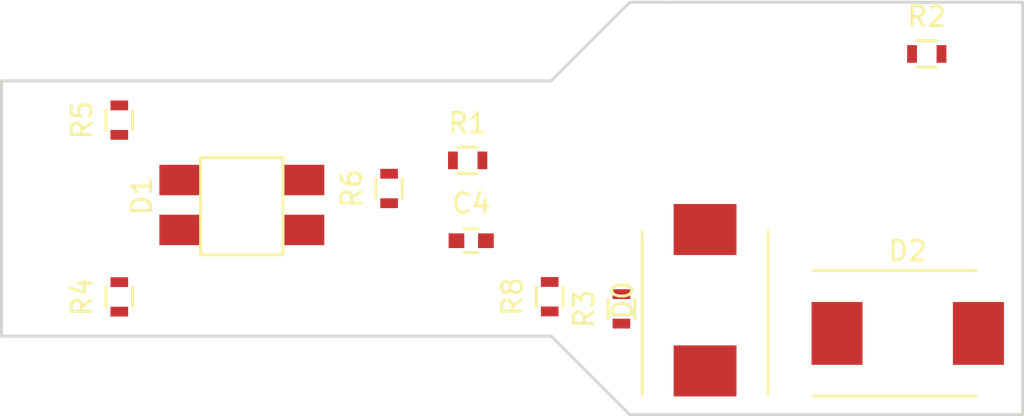
<source format=kicad_pcb>
(kicad_pcb (version 4) (host pcbnew 4.0.1-stable)

  (general
    (links 0)
    (no_connects 0)
    (area 55.924999 73.924999 108.075001 95.075001)
    (thickness 1.6)
    (drawings 10)
    (tracks 0)
    (zones 0)
    (modules 11)
    (nets 23)
  )

  (page A4)
  (layers
    (0 F.Cu signal)
    (31 B.Cu signal)
    (32 B.Adhes user)
    (33 F.Adhes user)
    (34 B.Paste user)
    (35 F.Paste user)
    (36 B.SilkS user)
    (37 F.SilkS user)
    (38 B.Mask user)
    (39 F.Mask user)
    (40 Dwgs.User user)
    (41 Cmts.User user)
    (42 Eco1.User user)
    (43 Eco2.User user)
    (44 Edge.Cuts user)
    (45 Margin user)
    (46 B.CrtYd user)
    (47 F.CrtYd user)
    (48 B.Fab user)
    (49 F.Fab user)
  )

  (setup
    (last_trace_width 0.25)
    (trace_clearance 0.2)
    (zone_clearance 0.508)
    (zone_45_only no)
    (trace_min 0.2)
    (segment_width 0.2)
    (edge_width 0.15)
    (via_size 0.6)
    (via_drill 0.4)
    (via_min_size 0.4)
    (via_min_drill 0.3)
    (uvia_size 0.3)
    (uvia_drill 0.1)
    (uvias_allowed no)
    (uvia_min_size 0.2)
    (uvia_min_drill 0.1)
    (pcb_text_width 0.3)
    (pcb_text_size 1.5 1.5)
    (mod_edge_width 0.15)
    (mod_text_size 1 1)
    (mod_text_width 0.15)
    (pad_size 1.524 1.524)
    (pad_drill 0.762)
    (pad_to_mask_clearance 0.2)
    (aux_axis_origin 0 0)
    (visible_elements FFFFFF7F)
    (pcbplotparams
      (layerselection 0x00030_80000001)
      (usegerberextensions false)
      (excludeedgelayer true)
      (linewidth 0.100000)
      (plotframeref false)
      (viasonmask false)
      (mode 1)
      (useauxorigin false)
      (hpglpennumber 1)
      (hpglpenspeed 20)
      (hpglpendiameter 15)
      (hpglpenoverlay 2)
      (psnegative false)
      (psa4output false)
      (plotreference true)
      (plotvalue true)
      (plotinvisibletext false)
      (padsonsilk false)
      (subtractmaskfromsilk false)
      (outputformat 1)
      (mirror false)
      (drillshape 1)
      (scaleselection 1)
      (outputdirectory ""))
  )

  (net 0 "")
  (net 1 "Net-(R4-Pad1)")
  (net 2 "Net-(R4-Pad2)")
  (net 3 "Net-(R5-Pad1)")
  (net 4 "Net-(R5-Pad2)")
  (net 5 "Net-(D0-Pad2)")
  (net 6 "Net-(D0-Pad1)")
  (net 7 "Net-(D1-Pad1)")
  (net 8 "Net-(D1-Pad2)")
  (net 9 "Net-(D2-Pad2)")
  (net 10 "Net-(D2-Pad1)")
  (net 11 "Net-(C4-Pad1)")
  (net 12 "Net-(C4-Pad2)")
  (net 13 "Net-(R1-Pad1)")
  (net 14 "Net-(R1-Pad2)")
  (net 15 "Net-(R2-Pad1)")
  (net 16 "Net-(R2-Pad2)")
  (net 17 "Net-(R3-Pad1)")
  (net 18 "Net-(R3-Pad2)")
  (net 19 "Net-(R6-Pad1)")
  (net 20 "Net-(R6-Pad2)")
  (net 21 "Net-(R8-Pad1)")
  (net 22 "Net-(R8-Pad2)")

  (net_class Default "This is the default net class."
    (clearance 0.2)
    (trace_width 0.25)
    (via_dia 0.6)
    (via_drill 0.4)
    (uvia_dia 0.3)
    (uvia_drill 0.1)
    (add_net "Net-(C4-Pad1)")
    (add_net "Net-(C4-Pad2)")
    (add_net "Net-(D0-Pad1)")
    (add_net "Net-(D0-Pad2)")
    (add_net "Net-(D1-Pad1)")
    (add_net "Net-(D1-Pad2)")
    (add_net "Net-(D2-Pad1)")
    (add_net "Net-(D2-Pad2)")
    (add_net "Net-(R1-Pad1)")
    (add_net "Net-(R1-Pad2)")
    (add_net "Net-(R2-Pad1)")
    (add_net "Net-(R2-Pad2)")
    (add_net "Net-(R3-Pad1)")
    (add_net "Net-(R3-Pad2)")
    (add_net "Net-(R4-Pad1)")
    (add_net "Net-(R4-Pad2)")
    (add_net "Net-(R5-Pad1)")
    (add_net "Net-(R5-Pad2)")
    (add_net "Net-(R6-Pad1)")
    (add_net "Net-(R6-Pad2)")
    (add_net "Net-(R8-Pad1)")
    (add_net "Net-(R8-Pad2)")
  )

  (module Resistors_SMD:R_0603 (layer F.Cu) (tedit 56F56B17) (tstamp 56FFB419)
    (at 62 89 90)
    (descr "Resistor SMD 0603, reflow soldering, Vishay (see dcrcw.pdf)")
    (tags "resistor 0603")
    (path /56F57176)
    (attr smd)
    (fp_text reference R4 (at 0 -1.9 90) (layer F.SilkS)
      (effects (font (size 1 1) (thickness 0.15)))
    )
    (fp_text value 472 (at 0 1.9 90) (layer F.Fab) hide
      (effects (font (size 1 1) (thickness 0.15)))
    )
    (fp_line (start -1.3 -0.8) (end 1.3 -0.8) (layer F.CrtYd) (width 0.05))
    (fp_line (start -1.3 0.8) (end 1.3 0.8) (layer F.CrtYd) (width 0.05))
    (fp_line (start -1.3 -0.8) (end -1.3 0.8) (layer F.CrtYd) (width 0.05))
    (fp_line (start 1.3 -0.8) (end 1.3 0.8) (layer F.CrtYd) (width 0.05))
    (fp_line (start 0.5 0.675) (end -0.5 0.675) (layer F.SilkS) (width 0.15))
    (fp_line (start -0.5 -0.675) (end 0.5 -0.675) (layer F.SilkS) (width 0.15))
    (pad 1 smd rect (at -0.75 0 90) (size 0.5 0.9) (layers F.Cu F.Paste F.Mask)
      (net 1 "Net-(R4-Pad1)"))
    (pad 2 smd rect (at 0.75 0 90) (size 0.5 0.9) (layers F.Cu F.Paste F.Mask)
      (net 2 "Net-(R4-Pad2)"))
    (model Resistors_SMD.3dshapes/R_0603.wrl
      (at (xyz 0 0 0))
      (scale (xyz 1 1 1))
      (rotate (xyz 0 0 0))
    )
  )

  (module Resistors_SMD:R_0603 (layer F.Cu) (tedit 56F56AD7) (tstamp 56FFB3EB)
    (at 62 80 90)
    (descr "Resistor SMD 0603, reflow soldering, Vishay (see dcrcw.pdf)")
    (tags "resistor 0603")
    (path /56F5718C)
    (attr smd)
    (fp_text reference R5 (at 0 -1.9 90) (layer F.SilkS)
      (effects (font (size 1 1) (thickness 0.15)))
    )
    (fp_text value 472 (at 0 1.9 90) (layer F.Fab) hide
      (effects (font (size 1 1) (thickness 0.15)))
    )
    (fp_line (start -1.3 -0.8) (end 1.3 -0.8) (layer F.CrtYd) (width 0.05))
    (fp_line (start -1.3 0.8) (end 1.3 0.8) (layer F.CrtYd) (width 0.05))
    (fp_line (start -1.3 -0.8) (end -1.3 0.8) (layer F.CrtYd) (width 0.05))
    (fp_line (start 1.3 -0.8) (end 1.3 0.8) (layer F.CrtYd) (width 0.05))
    (fp_line (start 0.5 0.675) (end -0.5 0.675) (layer F.SilkS) (width 0.15))
    (fp_line (start -0.5 -0.675) (end 0.5 -0.675) (layer F.SilkS) (width 0.15))
    (pad 1 smd rect (at -0.75 0 90) (size 0.5 0.9) (layers F.Cu F.Paste F.Mask)
      (net 3 "Net-(R5-Pad1)"))
    (pad 2 smd rect (at 0.75 0 90) (size 0.5 0.9) (layers F.Cu F.Paste F.Mask)
      (net 4 "Net-(R5-Pad2)"))
    (model Resistors_SMD.3dshapes/R_0603.wrl
      (at (xyz 0 0 0))
      (scale (xyz 1 1 1))
      (rotate (xyz 0 0 0))
    )
  )

  (module Diodes_SMD:DO-214AB (layer F.Cu) (tedit 56F7BF72) (tstamp 56F59F6D)
    (at 102.15 90.86)
    (descr "Jedec DO-214AB diode package. Designed according to Fairchild SS32 datasheet.")
    (tags "DO-214AB diode")
    (path /56F58F6D)
    (attr smd)
    (fp_text reference D2 (at 0 -4.2) (layer F.SilkS)
      (effects (font (size 1 1) (thickness 0.15)))
    )
    (fp_text value D (at 0 4.6) (layer F.Fab) hide
      (effects (font (size 1 1) (thickness 0.15)))
    )
    (fp_line (start -5.15 -3.45) (end 5.15 -3.45) (layer F.CrtYd) (width 0.05))
    (fp_line (start 5.15 -3.45) (end 5.15 3.45) (layer F.CrtYd) (width 0.05))
    (fp_line (start 5.15 3.45) (end -5.15 3.45) (layer F.CrtYd) (width 0.05))
    (fp_line (start -5.15 3.45) (end -5.15 -3.45) (layer F.CrtYd) (width 0.05))
    (fp_line (start 3.5 3.2) (end -4.8 3.2) (layer F.SilkS) (width 0.15))
    (fp_line (start -4.8 -3.2) (end 3.5 -3.2) (layer F.SilkS) (width 0.15))
    (pad 2 smd rect (at 3.6 0) (size 2.6 3.2) (layers F.Cu F.Paste F.Mask)
      (net 9 "Net-(D2-Pad2)"))
    (pad 1 smd rect (at -3.6 0) (size 2.6 3.2) (layers F.Cu F.Paste F.Mask)
      (net 10 "Net-(D2-Pad1)"))
    (model Diodes_SMD.3dshapes/DO-214AB.wrl
      (at (xyz 0 0 0))
      (scale (xyz 0.39 0.39 0.39))
      (rotate (xyz 0 0 180))
    )
  )

  (module Diodes_SMD:DO-214AB (layer F.Cu) (tedit 56F7BF6C) (tstamp 56F6EB69)
    (at 91.83 89.17 90)
    (descr "Jedec DO-214AB diode package. Designed according to Fairchild SS32 datasheet.")
    (tags "DO-214AB diode")
    (path /56F58A63)
    (attr smd)
    (fp_text reference D0 (at 0 -4.2 90) (layer F.SilkS)
      (effects (font (size 1 1) (thickness 0.15)))
    )
    (fp_text value D (at 0 4.6 90) (layer F.Fab) hide
      (effects (font (size 1 1) (thickness 0.15)))
    )
    (fp_line (start -5.15 -3.45) (end 5.15 -3.45) (layer F.CrtYd) (width 0.05))
    (fp_line (start 5.15 -3.45) (end 5.15 3.45) (layer F.CrtYd) (width 0.05))
    (fp_line (start 5.15 3.45) (end -5.15 3.45) (layer F.CrtYd) (width 0.05))
    (fp_line (start -5.15 3.45) (end -5.15 -3.45) (layer F.CrtYd) (width 0.05))
    (fp_line (start 3.5 3.2) (end -4.8 3.2) (layer F.SilkS) (width 0.15))
    (fp_line (start -4.8 -3.2) (end 3.5 -3.2) (layer F.SilkS) (width 0.15))
    (pad 2 smd rect (at 3.6 0 90) (size 2.6 3.2) (layers F.Cu F.Paste F.Mask)
      (net 5 "Net-(D0-Pad2)"))
    (pad 1 smd rect (at -3.6 0 90) (size 2.6 3.2) (layers F.Cu F.Paste F.Mask)
      (net 6 "Net-(D0-Pad1)"))
    (model Diodes_SMD.3dshapes/DO-214AB.wrl
      (at (xyz 0 0 0))
      (scale (xyz 0.39 0.39 0.39))
      (rotate (xyz 0 0 180))
    )
  )

  (module LadybugHydro:SOIC-4 (layer F.Cu) (tedit 56F6EAED) (tstamp 56F6EB75)
    (at 66.14 86.86 90)
    (path /56F590D7)
    (fp_text reference D1 (at 3 -3 90) (layer F.SilkS)
      (effects (font (size 1 1) (thickness 0.15)))
    )
    (fp_text value D (at 3 8 90) (layer F.Fab) hide
      (effects (font (size 1 1) (thickness 0.15)))
    )
    (fp_line (start 0 0) (end 4.95 0) (layer F.SilkS) (width 0.15))
    (fp_line (start 4.95 0) (end 4.95 4.2) (layer F.SilkS) (width 0.15))
    (fp_line (start 4.95 4.2) (end 0 4.2) (layer F.SilkS) (width 0.15))
    (fp_line (start 0 4.2) (end 0 0) (layer F.SilkS) (width 0.15))
    (pad 1 smd rect (at 1.27 5.25 90) (size 1.55 2.1) (layers F.Cu F.Paste F.Mask)
      (net 7 "Net-(D1-Pad1)"))
    (pad 2 smd rect (at 3.81 5.25 90) (size 1.55 2.1) (layers F.Cu F.Paste F.Mask)
      (net 8 "Net-(D1-Pad2)"))
    (pad 4 smd rect (at 1.27 -1.05 90) (size 1.55 2.1) (layers F.Cu F.Paste F.Mask))
    (pad 3 smd rect (at 3.81 -1.05 90) (size 1.55 2.1) (layers F.Cu F.Paste F.Mask))
    (model "/Users/margaret/Documents/LettuceBuddyHW/LadyBugHydro/LadyBugBlueLite/Kicad/3D models/soic-4.wrl"
      (at (xyz 0.1 -0.09 0))
      (scale (xyz 0.3937 0.3937 0.3937))
      (rotate (xyz 270 0 0))
    )
  )

  (module Capacitors_SMD:C_0603 (layer F.Cu) (tedit 56F7BED3) (tstamp 56F7BE86)
    (at 79.92 86.14)
    (descr "Capacitor SMD 0603, reflow soldering, AVX (see smccp.pdf)")
    (tags "capacitor 0603")
    (path /56F7BEEE)
    (attr smd)
    (fp_text reference C4 (at 0 -1.9) (layer F.SilkS)
      (effects (font (size 1 1) (thickness 0.15)))
    )
    (fp_text value ?? (at 0 1.9) (layer F.Fab) hide
      (effects (font (size 1 1) (thickness 0.15)))
    )
    (fp_line (start -1.45 -0.75) (end 1.45 -0.75) (layer F.CrtYd) (width 0.05))
    (fp_line (start -1.45 0.75) (end 1.45 0.75) (layer F.CrtYd) (width 0.05))
    (fp_line (start -1.45 -0.75) (end -1.45 0.75) (layer F.CrtYd) (width 0.05))
    (fp_line (start 1.45 -0.75) (end 1.45 0.75) (layer F.CrtYd) (width 0.05))
    (fp_line (start -0.35 -0.6) (end 0.35 -0.6) (layer F.SilkS) (width 0.15))
    (fp_line (start 0.35 0.6) (end -0.35 0.6) (layer F.SilkS) (width 0.15))
    (pad 1 smd rect (at -0.75 0) (size 0.8 0.75) (layers F.Cu F.Paste F.Mask)
      (net 11 "Net-(C4-Pad1)"))
    (pad 2 smd rect (at 0.75 0) (size 0.8 0.75) (layers F.Cu F.Paste F.Mask)
      (net 12 "Net-(C4-Pad2)"))
    (model Capacitors_SMD.3dshapes/C_0603.wrl
      (at (xyz 0 0 0))
      (scale (xyz 1 1 1))
      (rotate (xyz 0 0 0))
    )
  )

  (module Resistors_SMD:R_0603 (layer F.Cu) (tedit 56F7BEEF) (tstamp 56F7BE8C)
    (at 79.74 82.05)
    (descr "Resistor SMD 0603, reflow soldering, Vishay (see dcrcw.pdf)")
    (tags "resistor 0603")
    (path /56F7BB63)
    (attr smd)
    (fp_text reference R1 (at 0 -1.9) (layer F.SilkS)
      (effects (font (size 1 1) (thickness 0.15)))
    )
    (fp_text value 100K (at 0 1.9) (layer F.Fab) hide
      (effects (font (size 1 1) (thickness 0.15)))
    )
    (fp_line (start -1.3 -0.8) (end 1.3 -0.8) (layer F.CrtYd) (width 0.05))
    (fp_line (start -1.3 0.8) (end 1.3 0.8) (layer F.CrtYd) (width 0.05))
    (fp_line (start -1.3 -0.8) (end -1.3 0.8) (layer F.CrtYd) (width 0.05))
    (fp_line (start 1.3 -0.8) (end 1.3 0.8) (layer F.CrtYd) (width 0.05))
    (fp_line (start 0.5 0.675) (end -0.5 0.675) (layer F.SilkS) (width 0.15))
    (fp_line (start -0.5 -0.675) (end 0.5 -0.675) (layer F.SilkS) (width 0.15))
    (pad 1 smd rect (at -0.75 0) (size 0.5 0.9) (layers F.Cu F.Paste F.Mask)
      (net 13 "Net-(R1-Pad1)"))
    (pad 2 smd rect (at 0.75 0) (size 0.5 0.9) (layers F.Cu F.Paste F.Mask)
      (net 14 "Net-(R1-Pad2)"))
    (model Resistors_SMD.3dshapes/R_0603.wrl
      (at (xyz 0 0 0))
      (scale (xyz 1 1 1))
      (rotate (xyz 0 0 0))
    )
  )

  (module Resistors_SMD:R_0603 (layer F.Cu) (tedit 56F7BF66) (tstamp 56F7BE92)
    (at 103.12 76.63)
    (descr "Resistor SMD 0603, reflow soldering, Vishay (see dcrcw.pdf)")
    (tags "resistor 0603")
    (path /56F7BB8D)
    (attr smd)
    (fp_text reference R2 (at 0 -1.9) (layer F.SilkS)
      (effects (font (size 1 1) (thickness 0.15)))
    )
    (fp_text value 30K (at 0 1.9) (layer F.Fab) hide
      (effects (font (size 1 1) (thickness 0.15)))
    )
    (fp_line (start -1.3 -0.8) (end 1.3 -0.8) (layer F.CrtYd) (width 0.05))
    (fp_line (start -1.3 0.8) (end 1.3 0.8) (layer F.CrtYd) (width 0.05))
    (fp_line (start -1.3 -0.8) (end -1.3 0.8) (layer F.CrtYd) (width 0.05))
    (fp_line (start 1.3 -0.8) (end 1.3 0.8) (layer F.CrtYd) (width 0.05))
    (fp_line (start 0.5 0.675) (end -0.5 0.675) (layer F.SilkS) (width 0.15))
    (fp_line (start -0.5 -0.675) (end 0.5 -0.675) (layer F.SilkS) (width 0.15))
    (pad 1 smd rect (at -0.75 0) (size 0.5 0.9) (layers F.Cu F.Paste F.Mask)
      (net 15 "Net-(R2-Pad1)"))
    (pad 2 smd rect (at 0.75 0) (size 0.5 0.9) (layers F.Cu F.Paste F.Mask)
      (net 16 "Net-(R2-Pad2)"))
    (model Resistors_SMD.3dshapes/R_0603.wrl
      (at (xyz 0 0 0))
      (scale (xyz 1 1 1))
      (rotate (xyz 0 0 0))
    )
  )

  (module Resistors_SMD:R_0603 (layer F.Cu) (tedit 56F7BF60) (tstamp 56F7BE98)
    (at 87.57 89.61 90)
    (descr "Resistor SMD 0603, reflow soldering, Vishay (see dcrcw.pdf)")
    (tags "resistor 0603")
    (path /56F7BBF1)
    (attr smd)
    (fp_text reference R3 (at 0 -1.9 90) (layer F.SilkS)
      (effects (font (size 1 1) (thickness 0.15)))
    )
    (fp_text value 200 (at 0 1.9 90) (layer F.Fab) hide
      (effects (font (size 1 1) (thickness 0.15)))
    )
    (fp_line (start -1.3 -0.8) (end 1.3 -0.8) (layer F.CrtYd) (width 0.05))
    (fp_line (start -1.3 0.8) (end 1.3 0.8) (layer F.CrtYd) (width 0.05))
    (fp_line (start -1.3 -0.8) (end -1.3 0.8) (layer F.CrtYd) (width 0.05))
    (fp_line (start 1.3 -0.8) (end 1.3 0.8) (layer F.CrtYd) (width 0.05))
    (fp_line (start 0.5 0.675) (end -0.5 0.675) (layer F.SilkS) (width 0.15))
    (fp_line (start -0.5 -0.675) (end 0.5 -0.675) (layer F.SilkS) (width 0.15))
    (pad 1 smd rect (at -0.75 0 90) (size 0.5 0.9) (layers F.Cu F.Paste F.Mask)
      (net 17 "Net-(R3-Pad1)"))
    (pad 2 smd rect (at 0.75 0 90) (size 0.5 0.9) (layers F.Cu F.Paste F.Mask)
      (net 18 "Net-(R3-Pad2)"))
    (model Resistors_SMD.3dshapes/R_0603.wrl
      (at (xyz 0 0 0))
      (scale (xyz 1 1 1))
      (rotate (xyz 0 0 0))
    )
  )

  (module Resistors_SMD:R_0603 (layer F.Cu) (tedit 56F7BEE9) (tstamp 56F7BE9E)
    (at 75.74 83.48 90)
    (descr "Resistor SMD 0603, reflow soldering, Vishay (see dcrcw.pdf)")
    (tags "resistor 0603")
    (path /56F7BC2A)
    (attr smd)
    (fp_text reference R6 (at 0 -1.9 90) (layer F.SilkS)
      (effects (font (size 1 1) (thickness 0.15)))
    )
    (fp_text value ??? (at 0 1.9 90) (layer F.Fab) hide
      (effects (font (size 1 1) (thickness 0.15)))
    )
    (fp_line (start -1.3 -0.8) (end 1.3 -0.8) (layer F.CrtYd) (width 0.05))
    (fp_line (start -1.3 0.8) (end 1.3 0.8) (layer F.CrtYd) (width 0.05))
    (fp_line (start -1.3 -0.8) (end -1.3 0.8) (layer F.CrtYd) (width 0.05))
    (fp_line (start 1.3 -0.8) (end 1.3 0.8) (layer F.CrtYd) (width 0.05))
    (fp_line (start 0.5 0.675) (end -0.5 0.675) (layer F.SilkS) (width 0.15))
    (fp_line (start -0.5 -0.675) (end 0.5 -0.675) (layer F.SilkS) (width 0.15))
    (pad 1 smd rect (at -0.75 0 90) (size 0.5 0.9) (layers F.Cu F.Paste F.Mask)
      (net 19 "Net-(R6-Pad1)"))
    (pad 2 smd rect (at 0.75 0 90) (size 0.5 0.9) (layers F.Cu F.Paste F.Mask)
      (net 20 "Net-(R6-Pad2)"))
    (model Resistors_SMD.3dshapes/R_0603.wrl
      (at (xyz 0 0 0))
      (scale (xyz 1 1 1))
      (rotate (xyz 0 0 0))
    )
  )

  (module Resistors_SMD:R_0603 (layer F.Cu) (tedit 56F7BF4F) (tstamp 56F7BEA4)
    (at 83.92 88.99 90)
    (descr "Resistor SMD 0603, reflow soldering, Vishay (see dcrcw.pdf)")
    (tags "resistor 0603")
    (path /56F7BCE8)
    (attr smd)
    (fp_text reference R8 (at 0 -1.9 90) (layer F.SilkS)
      (effects (font (size 1 1) (thickness 0.15)))
    )
    (fp_text value 472 (at 0 1.9 90) (layer F.Fab) hide
      (effects (font (size 1 1) (thickness 0.15)))
    )
    (fp_line (start -1.3 -0.8) (end 1.3 -0.8) (layer F.CrtYd) (width 0.05))
    (fp_line (start -1.3 0.8) (end 1.3 0.8) (layer F.CrtYd) (width 0.05))
    (fp_line (start -1.3 -0.8) (end -1.3 0.8) (layer F.CrtYd) (width 0.05))
    (fp_line (start 1.3 -0.8) (end 1.3 0.8) (layer F.CrtYd) (width 0.05))
    (fp_line (start 0.5 0.675) (end -0.5 0.675) (layer F.SilkS) (width 0.15))
    (fp_line (start -0.5 -0.675) (end 0.5 -0.675) (layer F.SilkS) (width 0.15))
    (pad 1 smd rect (at -0.75 0 90) (size 0.5 0.9) (layers F.Cu F.Paste F.Mask)
      (net 21 "Net-(R8-Pad1)"))
    (pad 2 smd rect (at 0.75 0 90) (size 0.5 0.9) (layers F.Cu F.Paste F.Mask)
      (net 22 "Net-(R8-Pad2)"))
    (model Resistors_SMD.3dshapes/R_0603.wrl
      (at (xyz 0 0 0))
      (scale (xyz 1 1 1))
      (rotate (xyz 0 0 0))
    )
  )

  (gr_line (start 90 74) (end 88 74) (angle 90) (layer Edge.Cuts) (width 0.15))
  (gr_line (start 88 95) (end 90 95) (angle 90) (layer Edge.Cuts) (width 0.15))
  (gr_line (start 108 95) (end 108 74) (angle 90) (layer Edge.Cuts) (width 0.15))
  (gr_line (start 90 95) (end 108 95) (angle 90) (layer Edge.Cuts) (width 0.15))
  (gr_line (start 90 74) (end 108 74) (angle 90) (layer Edge.Cuts) (width 0.15))
  (gr_line (start 84 91) (end 88 95) (angle 90) (layer Edge.Cuts) (width 0.15))
  (gr_line (start 84 78) (end 88 74) (angle 90) (layer Edge.Cuts) (width 0.15))
  (gr_line (start 84 78) (end 56 78) (angle 90) (layer Edge.Cuts) (width 0.15))
  (gr_line (start 56 91) (end 84 91) (angle 90) (layer Edge.Cuts) (width 0.15))
  (gr_line (start 56 78) (end 56 91) (angle 90) (layer Edge.Cuts) (width 0.15))

)

</source>
